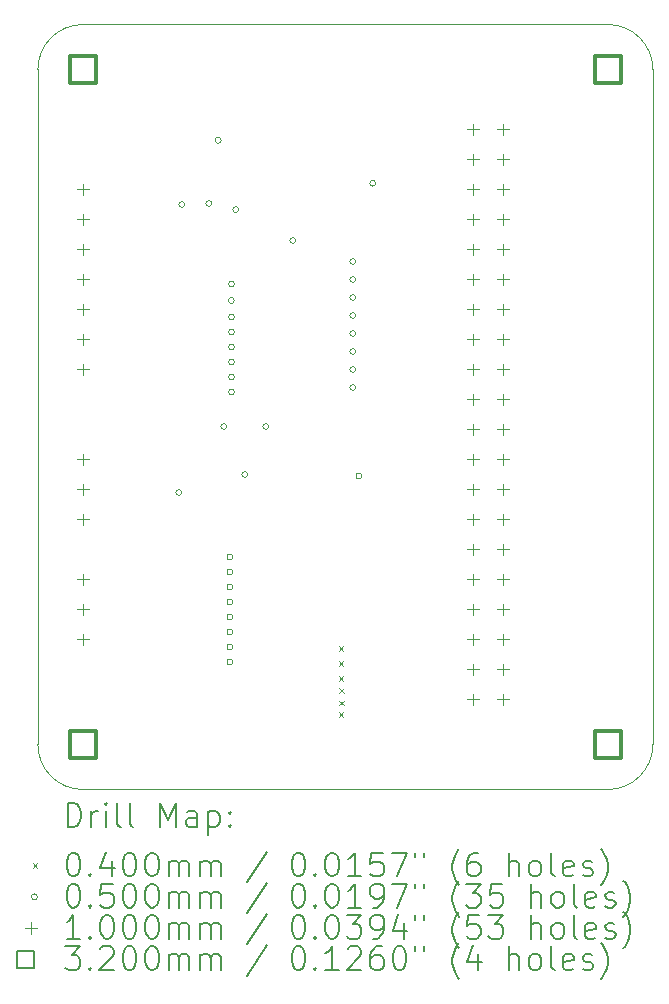
<source format=gbr>
%FSLAX45Y45*%
G04 Gerber Fmt 4.5, Leading zero omitted, Abs format (unit mm)*
G04 Created by KiCad (PCBNEW 6.0.6-3a73a75311~116~ubuntu22.04.1) date 2022-06-24 09:32:34*
%MOMM*%
%LPD*%
G01*
G04 APERTURE LIST*
%TA.AperFunction,Profile*%
%ADD10C,0.100000*%
%TD*%
%ADD11C,0.200000*%
%ADD12C,0.040000*%
%ADD13C,0.050000*%
%ADD14C,0.100000*%
%ADD15C,0.320000*%
G04 APERTURE END LIST*
D10*
X17763902Y-6829098D02*
G75*
G03*
X17382903Y-6448098I-381002J-2D01*
G01*
X12937903Y-12925098D02*
X17382903Y-12925098D01*
X12556903Y-12544098D02*
X12556903Y-6829098D01*
X17382903Y-12925103D02*
G75*
G03*
X17763903Y-12544098I-3J381003D01*
G01*
X17763903Y-12544098D02*
X17763903Y-6829098D01*
X12556902Y-12544098D02*
G75*
G03*
X12937903Y-12925098I380998J-2D01*
G01*
X12937903Y-6448103D02*
G75*
G03*
X12556903Y-6829098I-3J-380997D01*
G01*
X12937903Y-6448098D02*
X17382903Y-6448098D01*
D11*
D12*
X15102303Y-11711298D02*
X15142303Y-11751298D01*
X15142303Y-11711298D02*
X15102303Y-11751298D01*
X15102303Y-11838298D02*
X15142303Y-11878298D01*
X15142303Y-11838298D02*
X15102303Y-11878298D01*
X15102303Y-11965298D02*
X15142303Y-12005298D01*
X15142303Y-11965298D02*
X15102303Y-12005298D01*
X15102303Y-12272197D02*
X15142303Y-12312197D01*
X15142303Y-12272197D02*
X15102303Y-12312197D01*
X15104939Y-12172281D02*
X15144939Y-12212281D01*
X15144939Y-12172281D02*
X15104939Y-12212281D01*
X15107412Y-12068759D02*
X15147412Y-12108759D01*
X15147412Y-12068759D02*
X15107412Y-12108759D01*
D13*
X13775703Y-10410498D02*
G75*
G03*
X13775703Y-10410498I-25000J0D01*
G01*
X13801103Y-7972098D02*
G75*
G03*
X13801103Y-7972098I-25000J0D01*
G01*
X14029703Y-7963348D02*
G75*
G03*
X14029703Y-7963348I-25000J0D01*
G01*
X14108443Y-7428538D02*
G75*
G03*
X14108443Y-7428538I-25000J0D01*
G01*
X14156703Y-9851698D02*
G75*
G03*
X14156703Y-9851698I-25000J0D01*
G01*
X14207503Y-10956598D02*
G75*
G03*
X14207503Y-10956598I-25000J0D01*
G01*
X14207503Y-11083598D02*
G75*
G03*
X14207503Y-11083598I-25000J0D01*
G01*
X14207503Y-11210598D02*
G75*
G03*
X14207503Y-11210598I-25000J0D01*
G01*
X14207503Y-11337598D02*
G75*
G03*
X14207503Y-11337598I-25000J0D01*
G01*
X14207503Y-11464598D02*
G75*
G03*
X14207503Y-11464598I-25000J0D01*
G01*
X14207503Y-11591598D02*
G75*
G03*
X14207503Y-11591598I-25000J0D01*
G01*
X14207503Y-11718598D02*
G75*
G03*
X14207503Y-11718598I-25000J0D01*
G01*
X14207503Y-11845598D02*
G75*
G03*
X14207503Y-11845598I-25000J0D01*
G01*
X14220203Y-8645198D02*
G75*
G03*
X14220203Y-8645198I-25000J0D01*
G01*
X14220203Y-8784898D02*
G75*
G03*
X14220203Y-8784898I-25000J0D01*
G01*
X14220203Y-8924598D02*
G75*
G03*
X14220203Y-8924598I-25000J0D01*
G01*
X14220203Y-9051598D02*
G75*
G03*
X14220203Y-9051598I-25000J0D01*
G01*
X14220203Y-9178598D02*
G75*
G03*
X14220203Y-9178598I-25000J0D01*
G01*
X14220203Y-9305598D02*
G75*
G03*
X14220203Y-9305598I-25000J0D01*
G01*
X14220203Y-9432598D02*
G75*
G03*
X14220203Y-9432598I-25000J0D01*
G01*
X14220203Y-9559598D02*
G75*
G03*
X14220203Y-9559598I-25000J0D01*
G01*
X14257359Y-8015092D02*
G75*
G03*
X14257359Y-8015092I-25000J0D01*
G01*
X14334503Y-10258098D02*
G75*
G03*
X14334503Y-10258098I-25000J0D01*
G01*
X14512303Y-9851698D02*
G75*
G03*
X14512303Y-9851698I-25000J0D01*
G01*
X14740903Y-8276898D02*
G75*
G03*
X14740903Y-8276898I-25000J0D01*
G01*
X15248903Y-8454698D02*
G75*
G03*
X15248903Y-8454698I-25000J0D01*
G01*
X15248903Y-8607098D02*
G75*
G03*
X15248903Y-8607098I-25000J0D01*
G01*
X15248903Y-8759498D02*
G75*
G03*
X15248903Y-8759498I-25000J0D01*
G01*
X15248903Y-8911898D02*
G75*
G03*
X15248903Y-8911898I-25000J0D01*
G01*
X15248903Y-9064298D02*
G75*
G03*
X15248903Y-9064298I-25000J0D01*
G01*
X15248903Y-9216698D02*
G75*
G03*
X15248903Y-9216698I-25000J0D01*
G01*
X15248903Y-9369098D02*
G75*
G03*
X15248903Y-9369098I-25000J0D01*
G01*
X15248903Y-9521498D02*
G75*
G03*
X15248903Y-9521498I-25000J0D01*
G01*
X15299703Y-10270798D02*
G75*
G03*
X15299703Y-10270798I-25000J0D01*
G01*
X15416543Y-7791758D02*
G75*
G03*
X15416543Y-7791758I-25000J0D01*
G01*
D14*
X12937903Y-7795098D02*
X12937903Y-7895098D01*
X12887903Y-7845098D02*
X12987903Y-7845098D01*
X12937903Y-8049098D02*
X12937903Y-8149098D01*
X12887903Y-8099098D02*
X12987903Y-8099098D01*
X12937903Y-8303098D02*
X12937903Y-8403098D01*
X12887903Y-8353098D02*
X12987903Y-8353098D01*
X12937903Y-8557098D02*
X12937903Y-8657098D01*
X12887903Y-8607098D02*
X12987903Y-8607098D01*
X12937903Y-8811098D02*
X12937903Y-8911098D01*
X12887903Y-8861098D02*
X12987903Y-8861098D01*
X12937903Y-9065098D02*
X12937903Y-9165098D01*
X12887903Y-9115098D02*
X12987903Y-9115098D01*
X12937903Y-9319098D02*
X12937903Y-9419098D01*
X12887903Y-9369098D02*
X12987903Y-9369098D01*
X12937903Y-10081098D02*
X12937903Y-10181098D01*
X12887903Y-10131098D02*
X12987903Y-10131098D01*
X12937903Y-10335098D02*
X12937903Y-10435098D01*
X12887903Y-10385098D02*
X12987903Y-10385098D01*
X12937903Y-10589098D02*
X12937903Y-10689098D01*
X12887903Y-10639098D02*
X12987903Y-10639098D01*
X12937903Y-11097098D02*
X12937903Y-11197098D01*
X12887903Y-11147098D02*
X12987903Y-11147098D01*
X12937903Y-11351098D02*
X12937903Y-11451098D01*
X12887903Y-11401098D02*
X12987903Y-11401098D01*
X12937903Y-11605098D02*
X12937903Y-11705098D01*
X12887903Y-11655098D02*
X12987903Y-11655098D01*
X16239903Y-7287098D02*
X16239903Y-7387098D01*
X16189903Y-7337098D02*
X16289903Y-7337098D01*
X16239903Y-7541098D02*
X16239903Y-7641098D01*
X16189903Y-7591098D02*
X16289903Y-7591098D01*
X16239903Y-7795098D02*
X16239903Y-7895098D01*
X16189903Y-7845098D02*
X16289903Y-7845098D01*
X16239903Y-8049098D02*
X16239903Y-8149098D01*
X16189903Y-8099098D02*
X16289903Y-8099098D01*
X16239903Y-8303098D02*
X16239903Y-8403098D01*
X16189903Y-8353098D02*
X16289903Y-8353098D01*
X16239903Y-8557098D02*
X16239903Y-8657098D01*
X16189903Y-8607098D02*
X16289903Y-8607098D01*
X16239903Y-8811098D02*
X16239903Y-8911098D01*
X16189903Y-8861098D02*
X16289903Y-8861098D01*
X16239903Y-9065098D02*
X16239903Y-9165098D01*
X16189903Y-9115098D02*
X16289903Y-9115098D01*
X16239903Y-9319098D02*
X16239903Y-9419098D01*
X16189903Y-9369098D02*
X16289903Y-9369098D01*
X16239903Y-9573098D02*
X16239903Y-9673098D01*
X16189903Y-9623098D02*
X16289903Y-9623098D01*
X16239903Y-9827098D02*
X16239903Y-9927098D01*
X16189903Y-9877098D02*
X16289903Y-9877098D01*
X16239903Y-10081098D02*
X16239903Y-10181098D01*
X16189903Y-10131098D02*
X16289903Y-10131098D01*
X16239903Y-10335098D02*
X16239903Y-10435098D01*
X16189903Y-10385098D02*
X16289903Y-10385098D01*
X16239903Y-10589098D02*
X16239903Y-10689098D01*
X16189903Y-10639098D02*
X16289903Y-10639098D01*
X16239903Y-10843098D02*
X16239903Y-10943098D01*
X16189903Y-10893098D02*
X16289903Y-10893098D01*
X16239903Y-11097098D02*
X16239903Y-11197098D01*
X16189903Y-11147098D02*
X16289903Y-11147098D01*
X16239903Y-11351098D02*
X16239903Y-11451098D01*
X16189903Y-11401098D02*
X16289903Y-11401098D01*
X16239903Y-11605098D02*
X16239903Y-11705098D01*
X16189903Y-11655098D02*
X16289903Y-11655098D01*
X16239903Y-11859098D02*
X16239903Y-11959098D01*
X16189903Y-11909098D02*
X16289903Y-11909098D01*
X16239903Y-12113098D02*
X16239903Y-12213098D01*
X16189903Y-12163098D02*
X16289903Y-12163098D01*
X16493903Y-7287098D02*
X16493903Y-7387098D01*
X16443903Y-7337098D02*
X16543903Y-7337098D01*
X16493903Y-7541098D02*
X16493903Y-7641098D01*
X16443903Y-7591098D02*
X16543903Y-7591098D01*
X16493903Y-7795098D02*
X16493903Y-7895098D01*
X16443903Y-7845098D02*
X16543903Y-7845098D01*
X16493903Y-8049098D02*
X16493903Y-8149098D01*
X16443903Y-8099098D02*
X16543903Y-8099098D01*
X16493903Y-8303098D02*
X16493903Y-8403098D01*
X16443903Y-8353098D02*
X16543903Y-8353098D01*
X16493903Y-8557098D02*
X16493903Y-8657098D01*
X16443903Y-8607098D02*
X16543903Y-8607098D01*
X16493903Y-8811098D02*
X16493903Y-8911098D01*
X16443903Y-8861098D02*
X16543903Y-8861098D01*
X16493903Y-9065098D02*
X16493903Y-9165098D01*
X16443903Y-9115098D02*
X16543903Y-9115098D01*
X16493903Y-9319098D02*
X16493903Y-9419098D01*
X16443903Y-9369098D02*
X16543903Y-9369098D01*
X16493903Y-9573098D02*
X16493903Y-9673098D01*
X16443903Y-9623098D02*
X16543903Y-9623098D01*
X16493903Y-9827098D02*
X16493903Y-9927098D01*
X16443903Y-9877098D02*
X16543903Y-9877098D01*
X16493903Y-10081098D02*
X16493903Y-10181098D01*
X16443903Y-10131098D02*
X16543903Y-10131098D01*
X16493903Y-10335098D02*
X16493903Y-10435098D01*
X16443903Y-10385098D02*
X16543903Y-10385098D01*
X16493903Y-10589098D02*
X16493903Y-10689098D01*
X16443903Y-10639098D02*
X16543903Y-10639098D01*
X16493903Y-10843098D02*
X16493903Y-10943098D01*
X16443903Y-10893098D02*
X16543903Y-10893098D01*
X16493903Y-11097098D02*
X16493903Y-11197098D01*
X16443903Y-11147098D02*
X16543903Y-11147098D01*
X16493903Y-11351098D02*
X16493903Y-11451098D01*
X16443903Y-11401098D02*
X16543903Y-11401098D01*
X16493903Y-11605098D02*
X16493903Y-11705098D01*
X16443903Y-11655098D02*
X16543903Y-11655098D01*
X16493903Y-11859098D02*
X16493903Y-11959098D01*
X16443903Y-11909098D02*
X16543903Y-11909098D01*
X16493903Y-12113098D02*
X16493903Y-12213098D01*
X16443903Y-12163098D02*
X16543903Y-12163098D01*
D15*
X13051041Y-6942236D02*
X13051041Y-6715960D01*
X12824765Y-6715960D01*
X12824765Y-6942236D01*
X13051041Y-6942236D01*
X13051041Y-12657236D02*
X13051041Y-12430960D01*
X12824765Y-12430960D01*
X12824765Y-12657236D01*
X13051041Y-12657236D01*
X17496041Y-6942236D02*
X17496041Y-6715960D01*
X17269765Y-6715960D01*
X17269765Y-6942236D01*
X17496041Y-6942236D01*
X17496041Y-12657236D02*
X17496041Y-12430960D01*
X17269765Y-12430960D01*
X17269765Y-12657236D01*
X17496041Y-12657236D01*
D11*
X12809522Y-13240574D02*
X12809522Y-13040574D01*
X12857141Y-13040574D01*
X12885712Y-13050098D01*
X12904760Y-13069145D01*
X12914284Y-13088193D01*
X12923808Y-13126288D01*
X12923808Y-13154860D01*
X12914284Y-13192955D01*
X12904760Y-13212002D01*
X12885712Y-13231050D01*
X12857141Y-13240574D01*
X12809522Y-13240574D01*
X13009522Y-13240574D02*
X13009522Y-13107240D01*
X13009522Y-13145336D02*
X13019046Y-13126288D01*
X13028569Y-13116764D01*
X13047617Y-13107240D01*
X13066665Y-13107240D01*
X13133331Y-13240574D02*
X13133331Y-13107240D01*
X13133331Y-13040574D02*
X13123808Y-13050098D01*
X13133331Y-13059621D01*
X13142855Y-13050098D01*
X13133331Y-13040574D01*
X13133331Y-13059621D01*
X13257141Y-13240574D02*
X13238093Y-13231050D01*
X13228569Y-13212002D01*
X13228569Y-13040574D01*
X13361903Y-13240574D02*
X13342855Y-13231050D01*
X13333331Y-13212002D01*
X13333331Y-13040574D01*
X13590474Y-13240574D02*
X13590474Y-13040574D01*
X13657141Y-13183431D01*
X13723808Y-13040574D01*
X13723808Y-13240574D01*
X13904760Y-13240574D02*
X13904760Y-13135812D01*
X13895236Y-13116764D01*
X13876189Y-13107240D01*
X13838093Y-13107240D01*
X13819046Y-13116764D01*
X13904760Y-13231050D02*
X13885712Y-13240574D01*
X13838093Y-13240574D01*
X13819046Y-13231050D01*
X13809522Y-13212002D01*
X13809522Y-13192955D01*
X13819046Y-13173907D01*
X13838093Y-13164383D01*
X13885712Y-13164383D01*
X13904760Y-13154860D01*
X13999998Y-13107240D02*
X13999998Y-13307240D01*
X13999998Y-13116764D02*
X14019046Y-13107240D01*
X14057141Y-13107240D01*
X14076189Y-13116764D01*
X14085712Y-13126288D01*
X14095236Y-13145336D01*
X14095236Y-13202479D01*
X14085712Y-13221526D01*
X14076189Y-13231050D01*
X14057141Y-13240574D01*
X14019046Y-13240574D01*
X13999998Y-13231050D01*
X14180950Y-13221526D02*
X14190474Y-13231050D01*
X14180950Y-13240574D01*
X14171427Y-13231050D01*
X14180950Y-13221526D01*
X14180950Y-13240574D01*
X14180950Y-13116764D02*
X14190474Y-13126288D01*
X14180950Y-13135812D01*
X14171427Y-13126288D01*
X14180950Y-13116764D01*
X14180950Y-13135812D01*
D12*
X12511903Y-13550098D02*
X12551903Y-13590098D01*
X12551903Y-13550098D02*
X12511903Y-13590098D01*
D11*
X12847617Y-13460574D02*
X12866665Y-13460574D01*
X12885712Y-13470098D01*
X12895236Y-13479621D01*
X12904760Y-13498669D01*
X12914284Y-13536764D01*
X12914284Y-13584383D01*
X12904760Y-13622479D01*
X12895236Y-13641526D01*
X12885712Y-13651050D01*
X12866665Y-13660574D01*
X12847617Y-13660574D01*
X12828569Y-13651050D01*
X12819046Y-13641526D01*
X12809522Y-13622479D01*
X12799998Y-13584383D01*
X12799998Y-13536764D01*
X12809522Y-13498669D01*
X12819046Y-13479621D01*
X12828569Y-13470098D01*
X12847617Y-13460574D01*
X12999998Y-13641526D02*
X13009522Y-13651050D01*
X12999998Y-13660574D01*
X12990474Y-13651050D01*
X12999998Y-13641526D01*
X12999998Y-13660574D01*
X13180950Y-13527240D02*
X13180950Y-13660574D01*
X13133331Y-13451050D02*
X13085712Y-13593907D01*
X13209522Y-13593907D01*
X13323808Y-13460574D02*
X13342855Y-13460574D01*
X13361903Y-13470098D01*
X13371427Y-13479621D01*
X13380950Y-13498669D01*
X13390474Y-13536764D01*
X13390474Y-13584383D01*
X13380950Y-13622479D01*
X13371427Y-13641526D01*
X13361903Y-13651050D01*
X13342855Y-13660574D01*
X13323808Y-13660574D01*
X13304760Y-13651050D01*
X13295236Y-13641526D01*
X13285712Y-13622479D01*
X13276189Y-13584383D01*
X13276189Y-13536764D01*
X13285712Y-13498669D01*
X13295236Y-13479621D01*
X13304760Y-13470098D01*
X13323808Y-13460574D01*
X13514284Y-13460574D02*
X13533331Y-13460574D01*
X13552379Y-13470098D01*
X13561903Y-13479621D01*
X13571427Y-13498669D01*
X13580950Y-13536764D01*
X13580950Y-13584383D01*
X13571427Y-13622479D01*
X13561903Y-13641526D01*
X13552379Y-13651050D01*
X13533331Y-13660574D01*
X13514284Y-13660574D01*
X13495236Y-13651050D01*
X13485712Y-13641526D01*
X13476189Y-13622479D01*
X13466665Y-13584383D01*
X13466665Y-13536764D01*
X13476189Y-13498669D01*
X13485712Y-13479621D01*
X13495236Y-13470098D01*
X13514284Y-13460574D01*
X13666665Y-13660574D02*
X13666665Y-13527240D01*
X13666665Y-13546288D02*
X13676189Y-13536764D01*
X13695236Y-13527240D01*
X13723808Y-13527240D01*
X13742855Y-13536764D01*
X13752379Y-13555812D01*
X13752379Y-13660574D01*
X13752379Y-13555812D02*
X13761903Y-13536764D01*
X13780950Y-13527240D01*
X13809522Y-13527240D01*
X13828569Y-13536764D01*
X13838093Y-13555812D01*
X13838093Y-13660574D01*
X13933331Y-13660574D02*
X13933331Y-13527240D01*
X13933331Y-13546288D02*
X13942855Y-13536764D01*
X13961903Y-13527240D01*
X13990474Y-13527240D01*
X14009522Y-13536764D01*
X14019046Y-13555812D01*
X14019046Y-13660574D01*
X14019046Y-13555812D02*
X14028569Y-13536764D01*
X14047617Y-13527240D01*
X14076189Y-13527240D01*
X14095236Y-13536764D01*
X14104760Y-13555812D01*
X14104760Y-13660574D01*
X14495236Y-13451050D02*
X14323808Y-13708193D01*
X14752379Y-13460574D02*
X14771427Y-13460574D01*
X14790474Y-13470098D01*
X14799998Y-13479621D01*
X14809522Y-13498669D01*
X14819046Y-13536764D01*
X14819046Y-13584383D01*
X14809522Y-13622479D01*
X14799998Y-13641526D01*
X14790474Y-13651050D01*
X14771427Y-13660574D01*
X14752379Y-13660574D01*
X14733331Y-13651050D01*
X14723808Y-13641526D01*
X14714284Y-13622479D01*
X14704760Y-13584383D01*
X14704760Y-13536764D01*
X14714284Y-13498669D01*
X14723808Y-13479621D01*
X14733331Y-13470098D01*
X14752379Y-13460574D01*
X14904760Y-13641526D02*
X14914284Y-13651050D01*
X14904760Y-13660574D01*
X14895236Y-13651050D01*
X14904760Y-13641526D01*
X14904760Y-13660574D01*
X15038093Y-13460574D02*
X15057141Y-13460574D01*
X15076189Y-13470098D01*
X15085712Y-13479621D01*
X15095236Y-13498669D01*
X15104760Y-13536764D01*
X15104760Y-13584383D01*
X15095236Y-13622479D01*
X15085712Y-13641526D01*
X15076189Y-13651050D01*
X15057141Y-13660574D01*
X15038093Y-13660574D01*
X15019046Y-13651050D01*
X15009522Y-13641526D01*
X14999998Y-13622479D01*
X14990474Y-13584383D01*
X14990474Y-13536764D01*
X14999998Y-13498669D01*
X15009522Y-13479621D01*
X15019046Y-13470098D01*
X15038093Y-13460574D01*
X15295236Y-13660574D02*
X15180950Y-13660574D01*
X15238093Y-13660574D02*
X15238093Y-13460574D01*
X15219046Y-13489145D01*
X15199998Y-13508193D01*
X15180950Y-13517717D01*
X15476189Y-13460574D02*
X15380950Y-13460574D01*
X15371427Y-13555812D01*
X15380950Y-13546288D01*
X15399998Y-13536764D01*
X15447617Y-13536764D01*
X15466665Y-13546288D01*
X15476189Y-13555812D01*
X15485712Y-13574860D01*
X15485712Y-13622479D01*
X15476189Y-13641526D01*
X15466665Y-13651050D01*
X15447617Y-13660574D01*
X15399998Y-13660574D01*
X15380950Y-13651050D01*
X15371427Y-13641526D01*
X15552379Y-13460574D02*
X15685712Y-13460574D01*
X15599998Y-13660574D01*
X15752379Y-13460574D02*
X15752379Y-13498669D01*
X15828569Y-13460574D02*
X15828569Y-13498669D01*
X16123808Y-13736764D02*
X16114284Y-13727240D01*
X16095236Y-13698669D01*
X16085712Y-13679621D01*
X16076189Y-13651050D01*
X16066665Y-13603431D01*
X16066665Y-13565336D01*
X16076189Y-13517717D01*
X16085712Y-13489145D01*
X16095236Y-13470098D01*
X16114284Y-13441526D01*
X16123808Y-13432002D01*
X16285712Y-13460574D02*
X16247617Y-13460574D01*
X16228569Y-13470098D01*
X16219046Y-13479621D01*
X16199998Y-13508193D01*
X16190474Y-13546288D01*
X16190474Y-13622479D01*
X16199998Y-13641526D01*
X16209522Y-13651050D01*
X16228569Y-13660574D01*
X16266665Y-13660574D01*
X16285712Y-13651050D01*
X16295236Y-13641526D01*
X16304760Y-13622479D01*
X16304760Y-13574860D01*
X16295236Y-13555812D01*
X16285712Y-13546288D01*
X16266665Y-13536764D01*
X16228569Y-13536764D01*
X16209522Y-13546288D01*
X16199998Y-13555812D01*
X16190474Y-13574860D01*
X16542855Y-13660574D02*
X16542855Y-13460574D01*
X16628569Y-13660574D02*
X16628569Y-13555812D01*
X16619046Y-13536764D01*
X16599998Y-13527240D01*
X16571427Y-13527240D01*
X16552379Y-13536764D01*
X16542855Y-13546288D01*
X16752379Y-13660574D02*
X16733331Y-13651050D01*
X16723808Y-13641526D01*
X16714284Y-13622479D01*
X16714284Y-13565336D01*
X16723808Y-13546288D01*
X16733331Y-13536764D01*
X16752379Y-13527240D01*
X16780951Y-13527240D01*
X16799998Y-13536764D01*
X16809522Y-13546288D01*
X16819046Y-13565336D01*
X16819046Y-13622479D01*
X16809522Y-13641526D01*
X16799998Y-13651050D01*
X16780951Y-13660574D01*
X16752379Y-13660574D01*
X16933331Y-13660574D02*
X16914284Y-13651050D01*
X16904760Y-13632002D01*
X16904760Y-13460574D01*
X17085712Y-13651050D02*
X17066665Y-13660574D01*
X17028570Y-13660574D01*
X17009522Y-13651050D01*
X16999998Y-13632002D01*
X16999998Y-13555812D01*
X17009522Y-13536764D01*
X17028570Y-13527240D01*
X17066665Y-13527240D01*
X17085712Y-13536764D01*
X17095236Y-13555812D01*
X17095236Y-13574860D01*
X16999998Y-13593907D01*
X17171427Y-13651050D02*
X17190474Y-13660574D01*
X17228570Y-13660574D01*
X17247617Y-13651050D01*
X17257141Y-13632002D01*
X17257141Y-13622479D01*
X17247617Y-13603431D01*
X17228570Y-13593907D01*
X17199998Y-13593907D01*
X17180951Y-13584383D01*
X17171427Y-13565336D01*
X17171427Y-13555812D01*
X17180951Y-13536764D01*
X17199998Y-13527240D01*
X17228570Y-13527240D01*
X17247617Y-13536764D01*
X17323808Y-13736764D02*
X17333331Y-13727240D01*
X17352379Y-13698669D01*
X17361903Y-13679621D01*
X17371427Y-13651050D01*
X17380951Y-13603431D01*
X17380951Y-13565336D01*
X17371427Y-13517717D01*
X17361903Y-13489145D01*
X17352379Y-13470098D01*
X17333331Y-13441526D01*
X17323808Y-13432002D01*
D13*
X12551903Y-13834098D02*
G75*
G03*
X12551903Y-13834098I-25000J0D01*
G01*
D11*
X12847617Y-13724574D02*
X12866665Y-13724574D01*
X12885712Y-13734098D01*
X12895236Y-13743621D01*
X12904760Y-13762669D01*
X12914284Y-13800764D01*
X12914284Y-13848383D01*
X12904760Y-13886479D01*
X12895236Y-13905526D01*
X12885712Y-13915050D01*
X12866665Y-13924574D01*
X12847617Y-13924574D01*
X12828569Y-13915050D01*
X12819046Y-13905526D01*
X12809522Y-13886479D01*
X12799998Y-13848383D01*
X12799998Y-13800764D01*
X12809522Y-13762669D01*
X12819046Y-13743621D01*
X12828569Y-13734098D01*
X12847617Y-13724574D01*
X12999998Y-13905526D02*
X13009522Y-13915050D01*
X12999998Y-13924574D01*
X12990474Y-13915050D01*
X12999998Y-13905526D01*
X12999998Y-13924574D01*
X13190474Y-13724574D02*
X13095236Y-13724574D01*
X13085712Y-13819812D01*
X13095236Y-13810288D01*
X13114284Y-13800764D01*
X13161903Y-13800764D01*
X13180950Y-13810288D01*
X13190474Y-13819812D01*
X13199998Y-13838860D01*
X13199998Y-13886479D01*
X13190474Y-13905526D01*
X13180950Y-13915050D01*
X13161903Y-13924574D01*
X13114284Y-13924574D01*
X13095236Y-13915050D01*
X13085712Y-13905526D01*
X13323808Y-13724574D02*
X13342855Y-13724574D01*
X13361903Y-13734098D01*
X13371427Y-13743621D01*
X13380950Y-13762669D01*
X13390474Y-13800764D01*
X13390474Y-13848383D01*
X13380950Y-13886479D01*
X13371427Y-13905526D01*
X13361903Y-13915050D01*
X13342855Y-13924574D01*
X13323808Y-13924574D01*
X13304760Y-13915050D01*
X13295236Y-13905526D01*
X13285712Y-13886479D01*
X13276189Y-13848383D01*
X13276189Y-13800764D01*
X13285712Y-13762669D01*
X13295236Y-13743621D01*
X13304760Y-13734098D01*
X13323808Y-13724574D01*
X13514284Y-13724574D02*
X13533331Y-13724574D01*
X13552379Y-13734098D01*
X13561903Y-13743621D01*
X13571427Y-13762669D01*
X13580950Y-13800764D01*
X13580950Y-13848383D01*
X13571427Y-13886479D01*
X13561903Y-13905526D01*
X13552379Y-13915050D01*
X13533331Y-13924574D01*
X13514284Y-13924574D01*
X13495236Y-13915050D01*
X13485712Y-13905526D01*
X13476189Y-13886479D01*
X13466665Y-13848383D01*
X13466665Y-13800764D01*
X13476189Y-13762669D01*
X13485712Y-13743621D01*
X13495236Y-13734098D01*
X13514284Y-13724574D01*
X13666665Y-13924574D02*
X13666665Y-13791240D01*
X13666665Y-13810288D02*
X13676189Y-13800764D01*
X13695236Y-13791240D01*
X13723808Y-13791240D01*
X13742855Y-13800764D01*
X13752379Y-13819812D01*
X13752379Y-13924574D01*
X13752379Y-13819812D02*
X13761903Y-13800764D01*
X13780950Y-13791240D01*
X13809522Y-13791240D01*
X13828569Y-13800764D01*
X13838093Y-13819812D01*
X13838093Y-13924574D01*
X13933331Y-13924574D02*
X13933331Y-13791240D01*
X13933331Y-13810288D02*
X13942855Y-13800764D01*
X13961903Y-13791240D01*
X13990474Y-13791240D01*
X14009522Y-13800764D01*
X14019046Y-13819812D01*
X14019046Y-13924574D01*
X14019046Y-13819812D02*
X14028569Y-13800764D01*
X14047617Y-13791240D01*
X14076189Y-13791240D01*
X14095236Y-13800764D01*
X14104760Y-13819812D01*
X14104760Y-13924574D01*
X14495236Y-13715050D02*
X14323808Y-13972193D01*
X14752379Y-13724574D02*
X14771427Y-13724574D01*
X14790474Y-13734098D01*
X14799998Y-13743621D01*
X14809522Y-13762669D01*
X14819046Y-13800764D01*
X14819046Y-13848383D01*
X14809522Y-13886479D01*
X14799998Y-13905526D01*
X14790474Y-13915050D01*
X14771427Y-13924574D01*
X14752379Y-13924574D01*
X14733331Y-13915050D01*
X14723808Y-13905526D01*
X14714284Y-13886479D01*
X14704760Y-13848383D01*
X14704760Y-13800764D01*
X14714284Y-13762669D01*
X14723808Y-13743621D01*
X14733331Y-13734098D01*
X14752379Y-13724574D01*
X14904760Y-13905526D02*
X14914284Y-13915050D01*
X14904760Y-13924574D01*
X14895236Y-13915050D01*
X14904760Y-13905526D01*
X14904760Y-13924574D01*
X15038093Y-13724574D02*
X15057141Y-13724574D01*
X15076189Y-13734098D01*
X15085712Y-13743621D01*
X15095236Y-13762669D01*
X15104760Y-13800764D01*
X15104760Y-13848383D01*
X15095236Y-13886479D01*
X15085712Y-13905526D01*
X15076189Y-13915050D01*
X15057141Y-13924574D01*
X15038093Y-13924574D01*
X15019046Y-13915050D01*
X15009522Y-13905526D01*
X14999998Y-13886479D01*
X14990474Y-13848383D01*
X14990474Y-13800764D01*
X14999998Y-13762669D01*
X15009522Y-13743621D01*
X15019046Y-13734098D01*
X15038093Y-13724574D01*
X15295236Y-13924574D02*
X15180950Y-13924574D01*
X15238093Y-13924574D02*
X15238093Y-13724574D01*
X15219046Y-13753145D01*
X15199998Y-13772193D01*
X15180950Y-13781717D01*
X15390474Y-13924574D02*
X15428569Y-13924574D01*
X15447617Y-13915050D01*
X15457141Y-13905526D01*
X15476189Y-13876955D01*
X15485712Y-13838860D01*
X15485712Y-13762669D01*
X15476189Y-13743621D01*
X15466665Y-13734098D01*
X15447617Y-13724574D01*
X15409522Y-13724574D01*
X15390474Y-13734098D01*
X15380950Y-13743621D01*
X15371427Y-13762669D01*
X15371427Y-13810288D01*
X15380950Y-13829336D01*
X15390474Y-13838860D01*
X15409522Y-13848383D01*
X15447617Y-13848383D01*
X15466665Y-13838860D01*
X15476189Y-13829336D01*
X15485712Y-13810288D01*
X15552379Y-13724574D02*
X15685712Y-13724574D01*
X15599998Y-13924574D01*
X15752379Y-13724574D02*
X15752379Y-13762669D01*
X15828569Y-13724574D02*
X15828569Y-13762669D01*
X16123808Y-14000764D02*
X16114284Y-13991240D01*
X16095236Y-13962669D01*
X16085712Y-13943621D01*
X16076189Y-13915050D01*
X16066665Y-13867431D01*
X16066665Y-13829336D01*
X16076189Y-13781717D01*
X16085712Y-13753145D01*
X16095236Y-13734098D01*
X16114284Y-13705526D01*
X16123808Y-13696002D01*
X16180950Y-13724574D02*
X16304760Y-13724574D01*
X16238093Y-13800764D01*
X16266665Y-13800764D01*
X16285712Y-13810288D01*
X16295236Y-13819812D01*
X16304760Y-13838860D01*
X16304760Y-13886479D01*
X16295236Y-13905526D01*
X16285712Y-13915050D01*
X16266665Y-13924574D01*
X16209522Y-13924574D01*
X16190474Y-13915050D01*
X16180950Y-13905526D01*
X16485712Y-13724574D02*
X16390474Y-13724574D01*
X16380950Y-13819812D01*
X16390474Y-13810288D01*
X16409522Y-13800764D01*
X16457141Y-13800764D01*
X16476189Y-13810288D01*
X16485712Y-13819812D01*
X16495236Y-13838860D01*
X16495236Y-13886479D01*
X16485712Y-13905526D01*
X16476189Y-13915050D01*
X16457141Y-13924574D01*
X16409522Y-13924574D01*
X16390474Y-13915050D01*
X16380950Y-13905526D01*
X16733331Y-13924574D02*
X16733331Y-13724574D01*
X16819046Y-13924574D02*
X16819046Y-13819812D01*
X16809522Y-13800764D01*
X16790474Y-13791240D01*
X16761903Y-13791240D01*
X16742855Y-13800764D01*
X16733331Y-13810288D01*
X16942855Y-13924574D02*
X16923808Y-13915050D01*
X16914284Y-13905526D01*
X16904760Y-13886479D01*
X16904760Y-13829336D01*
X16914284Y-13810288D01*
X16923808Y-13800764D01*
X16942855Y-13791240D01*
X16971427Y-13791240D01*
X16990474Y-13800764D01*
X16999998Y-13810288D01*
X17009522Y-13829336D01*
X17009522Y-13886479D01*
X16999998Y-13905526D01*
X16990474Y-13915050D01*
X16971427Y-13924574D01*
X16942855Y-13924574D01*
X17123808Y-13924574D02*
X17104760Y-13915050D01*
X17095236Y-13896002D01*
X17095236Y-13724574D01*
X17276189Y-13915050D02*
X17257141Y-13924574D01*
X17219046Y-13924574D01*
X17199998Y-13915050D01*
X17190474Y-13896002D01*
X17190474Y-13819812D01*
X17199998Y-13800764D01*
X17219046Y-13791240D01*
X17257141Y-13791240D01*
X17276189Y-13800764D01*
X17285712Y-13819812D01*
X17285712Y-13838860D01*
X17190474Y-13857907D01*
X17361903Y-13915050D02*
X17380951Y-13924574D01*
X17419046Y-13924574D01*
X17438093Y-13915050D01*
X17447617Y-13896002D01*
X17447617Y-13886479D01*
X17438093Y-13867431D01*
X17419046Y-13857907D01*
X17390474Y-13857907D01*
X17371427Y-13848383D01*
X17361903Y-13829336D01*
X17361903Y-13819812D01*
X17371427Y-13800764D01*
X17390474Y-13791240D01*
X17419046Y-13791240D01*
X17438093Y-13800764D01*
X17514284Y-14000764D02*
X17523808Y-13991240D01*
X17542855Y-13962669D01*
X17552379Y-13943621D01*
X17561903Y-13915050D01*
X17571427Y-13867431D01*
X17571427Y-13829336D01*
X17561903Y-13781717D01*
X17552379Y-13753145D01*
X17542855Y-13734098D01*
X17523808Y-13705526D01*
X17514284Y-13696002D01*
D14*
X12501903Y-14048098D02*
X12501903Y-14148098D01*
X12451903Y-14098098D02*
X12551903Y-14098098D01*
D11*
X12914284Y-14188574D02*
X12799998Y-14188574D01*
X12857141Y-14188574D02*
X12857141Y-13988574D01*
X12838093Y-14017145D01*
X12819046Y-14036193D01*
X12799998Y-14045717D01*
X12999998Y-14169526D02*
X13009522Y-14179050D01*
X12999998Y-14188574D01*
X12990474Y-14179050D01*
X12999998Y-14169526D01*
X12999998Y-14188574D01*
X13133331Y-13988574D02*
X13152379Y-13988574D01*
X13171427Y-13998098D01*
X13180950Y-14007621D01*
X13190474Y-14026669D01*
X13199998Y-14064764D01*
X13199998Y-14112383D01*
X13190474Y-14150479D01*
X13180950Y-14169526D01*
X13171427Y-14179050D01*
X13152379Y-14188574D01*
X13133331Y-14188574D01*
X13114284Y-14179050D01*
X13104760Y-14169526D01*
X13095236Y-14150479D01*
X13085712Y-14112383D01*
X13085712Y-14064764D01*
X13095236Y-14026669D01*
X13104760Y-14007621D01*
X13114284Y-13998098D01*
X13133331Y-13988574D01*
X13323808Y-13988574D02*
X13342855Y-13988574D01*
X13361903Y-13998098D01*
X13371427Y-14007621D01*
X13380950Y-14026669D01*
X13390474Y-14064764D01*
X13390474Y-14112383D01*
X13380950Y-14150479D01*
X13371427Y-14169526D01*
X13361903Y-14179050D01*
X13342855Y-14188574D01*
X13323808Y-14188574D01*
X13304760Y-14179050D01*
X13295236Y-14169526D01*
X13285712Y-14150479D01*
X13276189Y-14112383D01*
X13276189Y-14064764D01*
X13285712Y-14026669D01*
X13295236Y-14007621D01*
X13304760Y-13998098D01*
X13323808Y-13988574D01*
X13514284Y-13988574D02*
X13533331Y-13988574D01*
X13552379Y-13998098D01*
X13561903Y-14007621D01*
X13571427Y-14026669D01*
X13580950Y-14064764D01*
X13580950Y-14112383D01*
X13571427Y-14150479D01*
X13561903Y-14169526D01*
X13552379Y-14179050D01*
X13533331Y-14188574D01*
X13514284Y-14188574D01*
X13495236Y-14179050D01*
X13485712Y-14169526D01*
X13476189Y-14150479D01*
X13466665Y-14112383D01*
X13466665Y-14064764D01*
X13476189Y-14026669D01*
X13485712Y-14007621D01*
X13495236Y-13998098D01*
X13514284Y-13988574D01*
X13666665Y-14188574D02*
X13666665Y-14055240D01*
X13666665Y-14074288D02*
X13676189Y-14064764D01*
X13695236Y-14055240D01*
X13723808Y-14055240D01*
X13742855Y-14064764D01*
X13752379Y-14083812D01*
X13752379Y-14188574D01*
X13752379Y-14083812D02*
X13761903Y-14064764D01*
X13780950Y-14055240D01*
X13809522Y-14055240D01*
X13828569Y-14064764D01*
X13838093Y-14083812D01*
X13838093Y-14188574D01*
X13933331Y-14188574D02*
X13933331Y-14055240D01*
X13933331Y-14074288D02*
X13942855Y-14064764D01*
X13961903Y-14055240D01*
X13990474Y-14055240D01*
X14009522Y-14064764D01*
X14019046Y-14083812D01*
X14019046Y-14188574D01*
X14019046Y-14083812D02*
X14028569Y-14064764D01*
X14047617Y-14055240D01*
X14076189Y-14055240D01*
X14095236Y-14064764D01*
X14104760Y-14083812D01*
X14104760Y-14188574D01*
X14495236Y-13979050D02*
X14323808Y-14236193D01*
X14752379Y-13988574D02*
X14771427Y-13988574D01*
X14790474Y-13998098D01*
X14799998Y-14007621D01*
X14809522Y-14026669D01*
X14819046Y-14064764D01*
X14819046Y-14112383D01*
X14809522Y-14150479D01*
X14799998Y-14169526D01*
X14790474Y-14179050D01*
X14771427Y-14188574D01*
X14752379Y-14188574D01*
X14733331Y-14179050D01*
X14723808Y-14169526D01*
X14714284Y-14150479D01*
X14704760Y-14112383D01*
X14704760Y-14064764D01*
X14714284Y-14026669D01*
X14723808Y-14007621D01*
X14733331Y-13998098D01*
X14752379Y-13988574D01*
X14904760Y-14169526D02*
X14914284Y-14179050D01*
X14904760Y-14188574D01*
X14895236Y-14179050D01*
X14904760Y-14169526D01*
X14904760Y-14188574D01*
X15038093Y-13988574D02*
X15057141Y-13988574D01*
X15076189Y-13998098D01*
X15085712Y-14007621D01*
X15095236Y-14026669D01*
X15104760Y-14064764D01*
X15104760Y-14112383D01*
X15095236Y-14150479D01*
X15085712Y-14169526D01*
X15076189Y-14179050D01*
X15057141Y-14188574D01*
X15038093Y-14188574D01*
X15019046Y-14179050D01*
X15009522Y-14169526D01*
X14999998Y-14150479D01*
X14990474Y-14112383D01*
X14990474Y-14064764D01*
X14999998Y-14026669D01*
X15009522Y-14007621D01*
X15019046Y-13998098D01*
X15038093Y-13988574D01*
X15171427Y-13988574D02*
X15295236Y-13988574D01*
X15228569Y-14064764D01*
X15257141Y-14064764D01*
X15276189Y-14074288D01*
X15285712Y-14083812D01*
X15295236Y-14102860D01*
X15295236Y-14150479D01*
X15285712Y-14169526D01*
X15276189Y-14179050D01*
X15257141Y-14188574D01*
X15199998Y-14188574D01*
X15180950Y-14179050D01*
X15171427Y-14169526D01*
X15390474Y-14188574D02*
X15428569Y-14188574D01*
X15447617Y-14179050D01*
X15457141Y-14169526D01*
X15476189Y-14140955D01*
X15485712Y-14102860D01*
X15485712Y-14026669D01*
X15476189Y-14007621D01*
X15466665Y-13998098D01*
X15447617Y-13988574D01*
X15409522Y-13988574D01*
X15390474Y-13998098D01*
X15380950Y-14007621D01*
X15371427Y-14026669D01*
X15371427Y-14074288D01*
X15380950Y-14093336D01*
X15390474Y-14102860D01*
X15409522Y-14112383D01*
X15447617Y-14112383D01*
X15466665Y-14102860D01*
X15476189Y-14093336D01*
X15485712Y-14074288D01*
X15657141Y-14055240D02*
X15657141Y-14188574D01*
X15609522Y-13979050D02*
X15561903Y-14121907D01*
X15685712Y-14121907D01*
X15752379Y-13988574D02*
X15752379Y-14026669D01*
X15828569Y-13988574D02*
X15828569Y-14026669D01*
X16123808Y-14264764D02*
X16114284Y-14255240D01*
X16095236Y-14226669D01*
X16085712Y-14207621D01*
X16076189Y-14179050D01*
X16066665Y-14131431D01*
X16066665Y-14093336D01*
X16076189Y-14045717D01*
X16085712Y-14017145D01*
X16095236Y-13998098D01*
X16114284Y-13969526D01*
X16123808Y-13960002D01*
X16295236Y-13988574D02*
X16199998Y-13988574D01*
X16190474Y-14083812D01*
X16199998Y-14074288D01*
X16219046Y-14064764D01*
X16266665Y-14064764D01*
X16285712Y-14074288D01*
X16295236Y-14083812D01*
X16304760Y-14102860D01*
X16304760Y-14150479D01*
X16295236Y-14169526D01*
X16285712Y-14179050D01*
X16266665Y-14188574D01*
X16219046Y-14188574D01*
X16199998Y-14179050D01*
X16190474Y-14169526D01*
X16371427Y-13988574D02*
X16495236Y-13988574D01*
X16428569Y-14064764D01*
X16457141Y-14064764D01*
X16476189Y-14074288D01*
X16485712Y-14083812D01*
X16495236Y-14102860D01*
X16495236Y-14150479D01*
X16485712Y-14169526D01*
X16476189Y-14179050D01*
X16457141Y-14188574D01*
X16399998Y-14188574D01*
X16380950Y-14179050D01*
X16371427Y-14169526D01*
X16733331Y-14188574D02*
X16733331Y-13988574D01*
X16819046Y-14188574D02*
X16819046Y-14083812D01*
X16809522Y-14064764D01*
X16790474Y-14055240D01*
X16761903Y-14055240D01*
X16742855Y-14064764D01*
X16733331Y-14074288D01*
X16942855Y-14188574D02*
X16923808Y-14179050D01*
X16914284Y-14169526D01*
X16904760Y-14150479D01*
X16904760Y-14093336D01*
X16914284Y-14074288D01*
X16923808Y-14064764D01*
X16942855Y-14055240D01*
X16971427Y-14055240D01*
X16990474Y-14064764D01*
X16999998Y-14074288D01*
X17009522Y-14093336D01*
X17009522Y-14150479D01*
X16999998Y-14169526D01*
X16990474Y-14179050D01*
X16971427Y-14188574D01*
X16942855Y-14188574D01*
X17123808Y-14188574D02*
X17104760Y-14179050D01*
X17095236Y-14160002D01*
X17095236Y-13988574D01*
X17276189Y-14179050D02*
X17257141Y-14188574D01*
X17219046Y-14188574D01*
X17199998Y-14179050D01*
X17190474Y-14160002D01*
X17190474Y-14083812D01*
X17199998Y-14064764D01*
X17219046Y-14055240D01*
X17257141Y-14055240D01*
X17276189Y-14064764D01*
X17285712Y-14083812D01*
X17285712Y-14102860D01*
X17190474Y-14121907D01*
X17361903Y-14179050D02*
X17380951Y-14188574D01*
X17419046Y-14188574D01*
X17438093Y-14179050D01*
X17447617Y-14160002D01*
X17447617Y-14150479D01*
X17438093Y-14131431D01*
X17419046Y-14121907D01*
X17390474Y-14121907D01*
X17371427Y-14112383D01*
X17361903Y-14093336D01*
X17361903Y-14083812D01*
X17371427Y-14064764D01*
X17390474Y-14055240D01*
X17419046Y-14055240D01*
X17438093Y-14064764D01*
X17514284Y-14264764D02*
X17523808Y-14255240D01*
X17542855Y-14226669D01*
X17552379Y-14207621D01*
X17561903Y-14179050D01*
X17571427Y-14131431D01*
X17571427Y-14093336D01*
X17561903Y-14045717D01*
X17552379Y-14017145D01*
X17542855Y-13998098D01*
X17523808Y-13969526D01*
X17514284Y-13960002D01*
X12522614Y-14432809D02*
X12522614Y-14291386D01*
X12381191Y-14291386D01*
X12381191Y-14432809D01*
X12522614Y-14432809D01*
X12790474Y-14252574D02*
X12914284Y-14252574D01*
X12847617Y-14328764D01*
X12876189Y-14328764D01*
X12895236Y-14338288D01*
X12904760Y-14347812D01*
X12914284Y-14366860D01*
X12914284Y-14414479D01*
X12904760Y-14433526D01*
X12895236Y-14443050D01*
X12876189Y-14452574D01*
X12819046Y-14452574D01*
X12799998Y-14443050D01*
X12790474Y-14433526D01*
X12999998Y-14433526D02*
X13009522Y-14443050D01*
X12999998Y-14452574D01*
X12990474Y-14443050D01*
X12999998Y-14433526D01*
X12999998Y-14452574D01*
X13085712Y-14271621D02*
X13095236Y-14262098D01*
X13114284Y-14252574D01*
X13161903Y-14252574D01*
X13180950Y-14262098D01*
X13190474Y-14271621D01*
X13199998Y-14290669D01*
X13199998Y-14309717D01*
X13190474Y-14338288D01*
X13076189Y-14452574D01*
X13199998Y-14452574D01*
X13323808Y-14252574D02*
X13342855Y-14252574D01*
X13361903Y-14262098D01*
X13371427Y-14271621D01*
X13380950Y-14290669D01*
X13390474Y-14328764D01*
X13390474Y-14376383D01*
X13380950Y-14414479D01*
X13371427Y-14433526D01*
X13361903Y-14443050D01*
X13342855Y-14452574D01*
X13323808Y-14452574D01*
X13304760Y-14443050D01*
X13295236Y-14433526D01*
X13285712Y-14414479D01*
X13276189Y-14376383D01*
X13276189Y-14328764D01*
X13285712Y-14290669D01*
X13295236Y-14271621D01*
X13304760Y-14262098D01*
X13323808Y-14252574D01*
X13514284Y-14252574D02*
X13533331Y-14252574D01*
X13552379Y-14262098D01*
X13561903Y-14271621D01*
X13571427Y-14290669D01*
X13580950Y-14328764D01*
X13580950Y-14376383D01*
X13571427Y-14414479D01*
X13561903Y-14433526D01*
X13552379Y-14443050D01*
X13533331Y-14452574D01*
X13514284Y-14452574D01*
X13495236Y-14443050D01*
X13485712Y-14433526D01*
X13476189Y-14414479D01*
X13466665Y-14376383D01*
X13466665Y-14328764D01*
X13476189Y-14290669D01*
X13485712Y-14271621D01*
X13495236Y-14262098D01*
X13514284Y-14252574D01*
X13666665Y-14452574D02*
X13666665Y-14319240D01*
X13666665Y-14338288D02*
X13676189Y-14328764D01*
X13695236Y-14319240D01*
X13723808Y-14319240D01*
X13742855Y-14328764D01*
X13752379Y-14347812D01*
X13752379Y-14452574D01*
X13752379Y-14347812D02*
X13761903Y-14328764D01*
X13780950Y-14319240D01*
X13809522Y-14319240D01*
X13828569Y-14328764D01*
X13838093Y-14347812D01*
X13838093Y-14452574D01*
X13933331Y-14452574D02*
X13933331Y-14319240D01*
X13933331Y-14338288D02*
X13942855Y-14328764D01*
X13961903Y-14319240D01*
X13990474Y-14319240D01*
X14009522Y-14328764D01*
X14019046Y-14347812D01*
X14019046Y-14452574D01*
X14019046Y-14347812D02*
X14028569Y-14328764D01*
X14047617Y-14319240D01*
X14076189Y-14319240D01*
X14095236Y-14328764D01*
X14104760Y-14347812D01*
X14104760Y-14452574D01*
X14495236Y-14243050D02*
X14323808Y-14500193D01*
X14752379Y-14252574D02*
X14771427Y-14252574D01*
X14790474Y-14262098D01*
X14799998Y-14271621D01*
X14809522Y-14290669D01*
X14819046Y-14328764D01*
X14819046Y-14376383D01*
X14809522Y-14414479D01*
X14799998Y-14433526D01*
X14790474Y-14443050D01*
X14771427Y-14452574D01*
X14752379Y-14452574D01*
X14733331Y-14443050D01*
X14723808Y-14433526D01*
X14714284Y-14414479D01*
X14704760Y-14376383D01*
X14704760Y-14328764D01*
X14714284Y-14290669D01*
X14723808Y-14271621D01*
X14733331Y-14262098D01*
X14752379Y-14252574D01*
X14904760Y-14433526D02*
X14914284Y-14443050D01*
X14904760Y-14452574D01*
X14895236Y-14443050D01*
X14904760Y-14433526D01*
X14904760Y-14452574D01*
X15104760Y-14452574D02*
X14990474Y-14452574D01*
X15047617Y-14452574D02*
X15047617Y-14252574D01*
X15028569Y-14281145D01*
X15009522Y-14300193D01*
X14990474Y-14309717D01*
X15180950Y-14271621D02*
X15190474Y-14262098D01*
X15209522Y-14252574D01*
X15257141Y-14252574D01*
X15276189Y-14262098D01*
X15285712Y-14271621D01*
X15295236Y-14290669D01*
X15295236Y-14309717D01*
X15285712Y-14338288D01*
X15171427Y-14452574D01*
X15295236Y-14452574D01*
X15466665Y-14252574D02*
X15428569Y-14252574D01*
X15409522Y-14262098D01*
X15399998Y-14271621D01*
X15380950Y-14300193D01*
X15371427Y-14338288D01*
X15371427Y-14414479D01*
X15380950Y-14433526D01*
X15390474Y-14443050D01*
X15409522Y-14452574D01*
X15447617Y-14452574D01*
X15466665Y-14443050D01*
X15476189Y-14433526D01*
X15485712Y-14414479D01*
X15485712Y-14366860D01*
X15476189Y-14347812D01*
X15466665Y-14338288D01*
X15447617Y-14328764D01*
X15409522Y-14328764D01*
X15390474Y-14338288D01*
X15380950Y-14347812D01*
X15371427Y-14366860D01*
X15609522Y-14252574D02*
X15628569Y-14252574D01*
X15647617Y-14262098D01*
X15657141Y-14271621D01*
X15666665Y-14290669D01*
X15676189Y-14328764D01*
X15676189Y-14376383D01*
X15666665Y-14414479D01*
X15657141Y-14433526D01*
X15647617Y-14443050D01*
X15628569Y-14452574D01*
X15609522Y-14452574D01*
X15590474Y-14443050D01*
X15580950Y-14433526D01*
X15571427Y-14414479D01*
X15561903Y-14376383D01*
X15561903Y-14328764D01*
X15571427Y-14290669D01*
X15580950Y-14271621D01*
X15590474Y-14262098D01*
X15609522Y-14252574D01*
X15752379Y-14252574D02*
X15752379Y-14290669D01*
X15828569Y-14252574D02*
X15828569Y-14290669D01*
X16123808Y-14528764D02*
X16114284Y-14519240D01*
X16095236Y-14490669D01*
X16085712Y-14471621D01*
X16076189Y-14443050D01*
X16066665Y-14395431D01*
X16066665Y-14357336D01*
X16076189Y-14309717D01*
X16085712Y-14281145D01*
X16095236Y-14262098D01*
X16114284Y-14233526D01*
X16123808Y-14224002D01*
X16285712Y-14319240D02*
X16285712Y-14452574D01*
X16238093Y-14243050D02*
X16190474Y-14385907D01*
X16314284Y-14385907D01*
X16542855Y-14452574D02*
X16542855Y-14252574D01*
X16628569Y-14452574D02*
X16628569Y-14347812D01*
X16619046Y-14328764D01*
X16599998Y-14319240D01*
X16571427Y-14319240D01*
X16552379Y-14328764D01*
X16542855Y-14338288D01*
X16752379Y-14452574D02*
X16733331Y-14443050D01*
X16723808Y-14433526D01*
X16714284Y-14414479D01*
X16714284Y-14357336D01*
X16723808Y-14338288D01*
X16733331Y-14328764D01*
X16752379Y-14319240D01*
X16780951Y-14319240D01*
X16799998Y-14328764D01*
X16809522Y-14338288D01*
X16819046Y-14357336D01*
X16819046Y-14414479D01*
X16809522Y-14433526D01*
X16799998Y-14443050D01*
X16780951Y-14452574D01*
X16752379Y-14452574D01*
X16933331Y-14452574D02*
X16914284Y-14443050D01*
X16904760Y-14424002D01*
X16904760Y-14252574D01*
X17085712Y-14443050D02*
X17066665Y-14452574D01*
X17028570Y-14452574D01*
X17009522Y-14443050D01*
X16999998Y-14424002D01*
X16999998Y-14347812D01*
X17009522Y-14328764D01*
X17028570Y-14319240D01*
X17066665Y-14319240D01*
X17085712Y-14328764D01*
X17095236Y-14347812D01*
X17095236Y-14366860D01*
X16999998Y-14385907D01*
X17171427Y-14443050D02*
X17190474Y-14452574D01*
X17228570Y-14452574D01*
X17247617Y-14443050D01*
X17257141Y-14424002D01*
X17257141Y-14414479D01*
X17247617Y-14395431D01*
X17228570Y-14385907D01*
X17199998Y-14385907D01*
X17180951Y-14376383D01*
X17171427Y-14357336D01*
X17171427Y-14347812D01*
X17180951Y-14328764D01*
X17199998Y-14319240D01*
X17228570Y-14319240D01*
X17247617Y-14328764D01*
X17323808Y-14528764D02*
X17333331Y-14519240D01*
X17352379Y-14490669D01*
X17361903Y-14471621D01*
X17371427Y-14443050D01*
X17380951Y-14395431D01*
X17380951Y-14357336D01*
X17371427Y-14309717D01*
X17361903Y-14281145D01*
X17352379Y-14262098D01*
X17333331Y-14233526D01*
X17323808Y-14224002D01*
M02*

</source>
